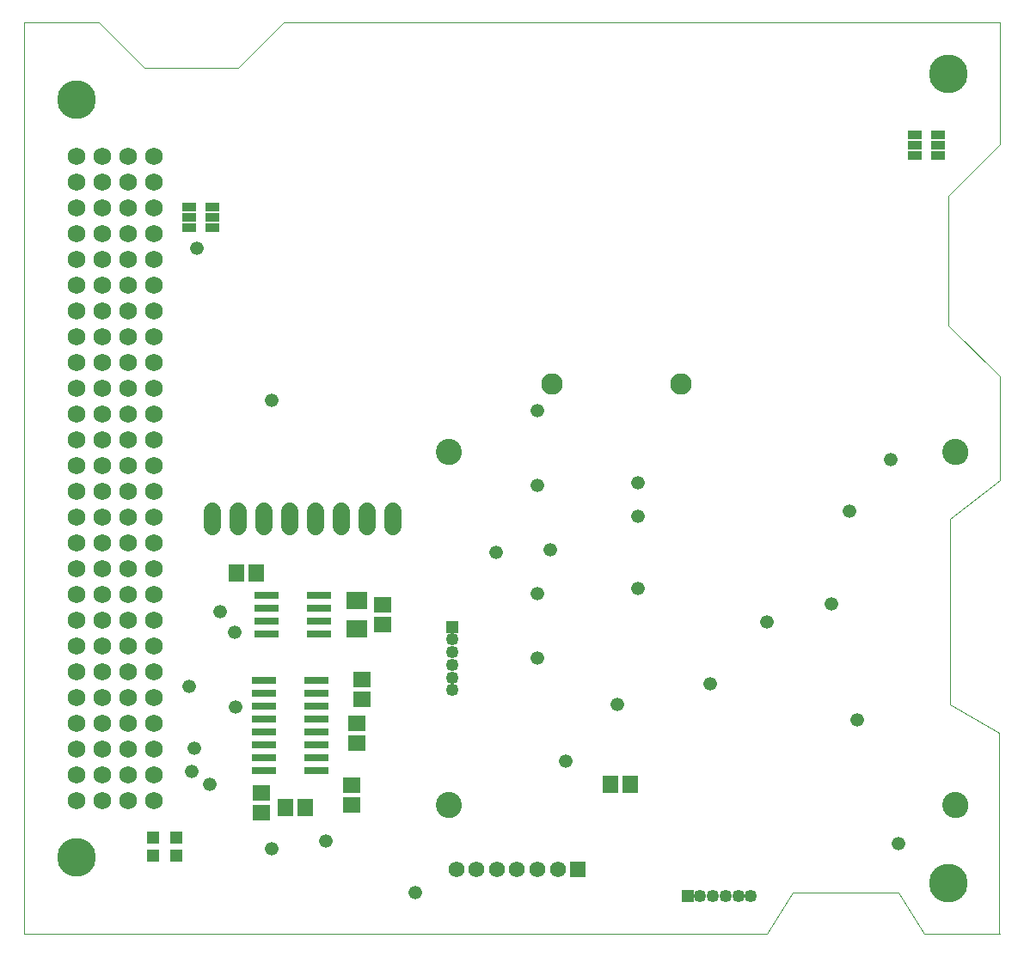
<source format=gts>
G75*
%MOIN*%
%OFA0B0*%
%FSLAX24Y24*%
%IPPOS*%
%LPD*%
%AMOC8*
5,1,8,0,0,1.08239X$1,22.5*
%
%ADD10C,0.0000*%
%ADD11C,0.1010*%
%ADD12R,0.0620X0.0620*%
%ADD13C,0.0620*%
%ADD14C,0.0680*%
%ADD15R,0.0946X0.0316*%
%ADD16R,0.0671X0.0592*%
%ADD17R,0.0592X0.0671*%
%ADD18C,0.0680*%
%ADD19C,0.1497*%
%ADD20R,0.0580X0.0330*%
%ADD21C,0.0828*%
%ADD22R,0.0513X0.0474*%
%ADD23R,0.0789X0.0710*%
%ADD24R,0.0493X0.0493*%
%ADD25C,0.0493*%
%ADD26C,0.0525*%
D10*
X000115Y000135D02*
X028915Y000135D01*
X029918Y001748D01*
X034009Y001748D01*
X035015Y000135D01*
X037915Y000135D01*
X037915Y007935D01*
X036015Y009035D01*
X036015Y016235D01*
X037925Y017755D01*
X037925Y021775D01*
X035935Y023765D01*
X035935Y028785D01*
X037925Y030775D01*
X037925Y035521D01*
X037926Y035521D02*
X010158Y035521D01*
X008391Y033757D01*
X004761Y033757D01*
X002997Y035521D01*
X000115Y035521D01*
X000115Y035521D01*
X000115Y000135D01*
X001416Y003125D02*
X001418Y003178D01*
X001424Y003231D01*
X001434Y003283D01*
X001447Y003334D01*
X001465Y003384D01*
X001486Y003433D01*
X001511Y003480D01*
X001539Y003524D01*
X001571Y003567D01*
X001605Y003607D01*
X001643Y003645D01*
X001683Y003679D01*
X001726Y003711D01*
X001771Y003739D01*
X001817Y003764D01*
X001866Y003785D01*
X001916Y003803D01*
X001967Y003816D01*
X002019Y003826D01*
X002072Y003832D01*
X002125Y003834D01*
X002178Y003832D01*
X002231Y003826D01*
X002283Y003816D01*
X002334Y003803D01*
X002384Y003785D01*
X002433Y003764D01*
X002480Y003739D01*
X002524Y003711D01*
X002567Y003679D01*
X002607Y003645D01*
X002645Y003607D01*
X002679Y003567D01*
X002711Y003524D01*
X002739Y003479D01*
X002764Y003433D01*
X002785Y003384D01*
X002803Y003334D01*
X002816Y003283D01*
X002826Y003231D01*
X002832Y003178D01*
X002834Y003125D01*
X002832Y003072D01*
X002826Y003019D01*
X002816Y002967D01*
X002803Y002916D01*
X002785Y002866D01*
X002764Y002817D01*
X002739Y002770D01*
X002711Y002726D01*
X002679Y002683D01*
X002645Y002643D01*
X002607Y002605D01*
X002567Y002571D01*
X002524Y002539D01*
X002479Y002511D01*
X002433Y002486D01*
X002384Y002465D01*
X002334Y002447D01*
X002283Y002434D01*
X002231Y002424D01*
X002178Y002418D01*
X002125Y002416D01*
X002072Y002418D01*
X002019Y002424D01*
X001967Y002434D01*
X001916Y002447D01*
X001866Y002465D01*
X001817Y002486D01*
X001770Y002511D01*
X001726Y002539D01*
X001683Y002571D01*
X001643Y002605D01*
X001605Y002643D01*
X001571Y002683D01*
X001539Y002726D01*
X001511Y002771D01*
X001486Y002817D01*
X001465Y002866D01*
X001447Y002916D01*
X001434Y002967D01*
X001424Y003019D01*
X001418Y003072D01*
X001416Y003125D01*
X016100Y005135D02*
X016102Y005178D01*
X016108Y005220D01*
X016118Y005262D01*
X016131Y005303D01*
X016149Y005342D01*
X016170Y005380D01*
X016194Y005415D01*
X016221Y005448D01*
X016252Y005479D01*
X016285Y005506D01*
X016320Y005530D01*
X016358Y005551D01*
X016397Y005569D01*
X016438Y005582D01*
X016480Y005592D01*
X016522Y005598D01*
X016565Y005600D01*
X016608Y005598D01*
X016650Y005592D01*
X016692Y005582D01*
X016733Y005569D01*
X016772Y005551D01*
X016810Y005530D01*
X016845Y005506D01*
X016878Y005479D01*
X016909Y005448D01*
X016936Y005415D01*
X016960Y005380D01*
X016981Y005342D01*
X016999Y005303D01*
X017012Y005262D01*
X017022Y005220D01*
X017028Y005178D01*
X017030Y005135D01*
X017028Y005092D01*
X017022Y005050D01*
X017012Y005008D01*
X016999Y004967D01*
X016981Y004928D01*
X016960Y004890D01*
X016936Y004855D01*
X016909Y004822D01*
X016878Y004791D01*
X016845Y004764D01*
X016810Y004740D01*
X016772Y004719D01*
X016733Y004701D01*
X016692Y004688D01*
X016650Y004678D01*
X016608Y004672D01*
X016565Y004670D01*
X016522Y004672D01*
X016480Y004678D01*
X016438Y004688D01*
X016397Y004701D01*
X016358Y004719D01*
X016320Y004740D01*
X016285Y004764D01*
X016252Y004791D01*
X016221Y004822D01*
X016194Y004855D01*
X016170Y004890D01*
X016149Y004928D01*
X016131Y004967D01*
X016118Y005008D01*
X016108Y005050D01*
X016102Y005092D01*
X016100Y005135D01*
X016100Y018835D02*
X016102Y018878D01*
X016108Y018920D01*
X016118Y018962D01*
X016131Y019003D01*
X016149Y019042D01*
X016170Y019080D01*
X016194Y019115D01*
X016221Y019148D01*
X016252Y019179D01*
X016285Y019206D01*
X016320Y019230D01*
X016358Y019251D01*
X016397Y019269D01*
X016438Y019282D01*
X016480Y019292D01*
X016522Y019298D01*
X016565Y019300D01*
X016608Y019298D01*
X016650Y019292D01*
X016692Y019282D01*
X016733Y019269D01*
X016772Y019251D01*
X016810Y019230D01*
X016845Y019206D01*
X016878Y019179D01*
X016909Y019148D01*
X016936Y019115D01*
X016960Y019080D01*
X016981Y019042D01*
X016999Y019003D01*
X017012Y018962D01*
X017022Y018920D01*
X017028Y018878D01*
X017030Y018835D01*
X017028Y018792D01*
X017022Y018750D01*
X017012Y018708D01*
X016999Y018667D01*
X016981Y018628D01*
X016960Y018590D01*
X016936Y018555D01*
X016909Y018522D01*
X016878Y018491D01*
X016845Y018464D01*
X016810Y018440D01*
X016772Y018419D01*
X016733Y018401D01*
X016692Y018388D01*
X016650Y018378D01*
X016608Y018372D01*
X016565Y018370D01*
X016522Y018372D01*
X016480Y018378D01*
X016438Y018388D01*
X016397Y018401D01*
X016358Y018419D01*
X016320Y018440D01*
X016285Y018464D01*
X016252Y018491D01*
X016221Y018522D01*
X016194Y018555D01*
X016170Y018590D01*
X016149Y018628D01*
X016131Y018667D01*
X016118Y018708D01*
X016108Y018750D01*
X016102Y018792D01*
X016100Y018835D01*
X001416Y032525D02*
X001418Y032578D01*
X001424Y032631D01*
X001434Y032683D01*
X001447Y032734D01*
X001465Y032784D01*
X001486Y032833D01*
X001511Y032880D01*
X001539Y032924D01*
X001571Y032967D01*
X001605Y033007D01*
X001643Y033045D01*
X001683Y033079D01*
X001726Y033111D01*
X001771Y033139D01*
X001817Y033164D01*
X001866Y033185D01*
X001916Y033203D01*
X001967Y033216D01*
X002019Y033226D01*
X002072Y033232D01*
X002125Y033234D01*
X002178Y033232D01*
X002231Y033226D01*
X002283Y033216D01*
X002334Y033203D01*
X002384Y033185D01*
X002433Y033164D01*
X002480Y033139D01*
X002524Y033111D01*
X002567Y033079D01*
X002607Y033045D01*
X002645Y033007D01*
X002679Y032967D01*
X002711Y032924D01*
X002739Y032879D01*
X002764Y032833D01*
X002785Y032784D01*
X002803Y032734D01*
X002816Y032683D01*
X002826Y032631D01*
X002832Y032578D01*
X002834Y032525D01*
X002832Y032472D01*
X002826Y032419D01*
X002816Y032367D01*
X002803Y032316D01*
X002785Y032266D01*
X002764Y032217D01*
X002739Y032170D01*
X002711Y032126D01*
X002679Y032083D01*
X002645Y032043D01*
X002607Y032005D01*
X002567Y031971D01*
X002524Y031939D01*
X002479Y031911D01*
X002433Y031886D01*
X002384Y031865D01*
X002334Y031847D01*
X002283Y031834D01*
X002231Y031824D01*
X002178Y031818D01*
X002125Y031816D01*
X002072Y031818D01*
X002019Y031824D01*
X001967Y031834D01*
X001916Y031847D01*
X001866Y031865D01*
X001817Y031886D01*
X001770Y031911D01*
X001726Y031939D01*
X001683Y031971D01*
X001643Y032005D01*
X001605Y032043D01*
X001571Y032083D01*
X001539Y032126D01*
X001511Y032171D01*
X001486Y032217D01*
X001465Y032266D01*
X001447Y032316D01*
X001434Y032367D01*
X001424Y032419D01*
X001418Y032472D01*
X001416Y032525D01*
X035216Y033525D02*
X035218Y033578D01*
X035224Y033631D01*
X035234Y033683D01*
X035247Y033734D01*
X035265Y033784D01*
X035286Y033833D01*
X035311Y033880D01*
X035339Y033924D01*
X035371Y033967D01*
X035405Y034007D01*
X035443Y034045D01*
X035483Y034079D01*
X035526Y034111D01*
X035571Y034139D01*
X035617Y034164D01*
X035666Y034185D01*
X035716Y034203D01*
X035767Y034216D01*
X035819Y034226D01*
X035872Y034232D01*
X035925Y034234D01*
X035978Y034232D01*
X036031Y034226D01*
X036083Y034216D01*
X036134Y034203D01*
X036184Y034185D01*
X036233Y034164D01*
X036280Y034139D01*
X036324Y034111D01*
X036367Y034079D01*
X036407Y034045D01*
X036445Y034007D01*
X036479Y033967D01*
X036511Y033924D01*
X036539Y033879D01*
X036564Y033833D01*
X036585Y033784D01*
X036603Y033734D01*
X036616Y033683D01*
X036626Y033631D01*
X036632Y033578D01*
X036634Y033525D01*
X036632Y033472D01*
X036626Y033419D01*
X036616Y033367D01*
X036603Y033316D01*
X036585Y033266D01*
X036564Y033217D01*
X036539Y033170D01*
X036511Y033126D01*
X036479Y033083D01*
X036445Y033043D01*
X036407Y033005D01*
X036367Y032971D01*
X036324Y032939D01*
X036279Y032911D01*
X036233Y032886D01*
X036184Y032865D01*
X036134Y032847D01*
X036083Y032834D01*
X036031Y032824D01*
X035978Y032818D01*
X035925Y032816D01*
X035872Y032818D01*
X035819Y032824D01*
X035767Y032834D01*
X035716Y032847D01*
X035666Y032865D01*
X035617Y032886D01*
X035570Y032911D01*
X035526Y032939D01*
X035483Y032971D01*
X035443Y033005D01*
X035405Y033043D01*
X035371Y033083D01*
X035339Y033126D01*
X035311Y033171D01*
X035286Y033217D01*
X035265Y033266D01*
X035247Y033316D01*
X035234Y033367D01*
X035224Y033419D01*
X035218Y033472D01*
X035216Y033525D01*
X035750Y018835D02*
X035752Y018878D01*
X035758Y018920D01*
X035768Y018962D01*
X035781Y019003D01*
X035799Y019042D01*
X035820Y019080D01*
X035844Y019115D01*
X035871Y019148D01*
X035902Y019179D01*
X035935Y019206D01*
X035970Y019230D01*
X036008Y019251D01*
X036047Y019269D01*
X036088Y019282D01*
X036130Y019292D01*
X036172Y019298D01*
X036215Y019300D01*
X036258Y019298D01*
X036300Y019292D01*
X036342Y019282D01*
X036383Y019269D01*
X036422Y019251D01*
X036460Y019230D01*
X036495Y019206D01*
X036528Y019179D01*
X036559Y019148D01*
X036586Y019115D01*
X036610Y019080D01*
X036631Y019042D01*
X036649Y019003D01*
X036662Y018962D01*
X036672Y018920D01*
X036678Y018878D01*
X036680Y018835D01*
X036678Y018792D01*
X036672Y018750D01*
X036662Y018708D01*
X036649Y018667D01*
X036631Y018628D01*
X036610Y018590D01*
X036586Y018555D01*
X036559Y018522D01*
X036528Y018491D01*
X036495Y018464D01*
X036460Y018440D01*
X036422Y018419D01*
X036383Y018401D01*
X036342Y018388D01*
X036300Y018378D01*
X036258Y018372D01*
X036215Y018370D01*
X036172Y018372D01*
X036130Y018378D01*
X036088Y018388D01*
X036047Y018401D01*
X036008Y018419D01*
X035970Y018440D01*
X035935Y018464D01*
X035902Y018491D01*
X035871Y018522D01*
X035844Y018555D01*
X035820Y018590D01*
X035799Y018628D01*
X035781Y018667D01*
X035768Y018708D01*
X035758Y018750D01*
X035752Y018792D01*
X035750Y018835D01*
X035750Y005135D02*
X035752Y005178D01*
X035758Y005220D01*
X035768Y005262D01*
X035781Y005303D01*
X035799Y005342D01*
X035820Y005380D01*
X035844Y005415D01*
X035871Y005448D01*
X035902Y005479D01*
X035935Y005506D01*
X035970Y005530D01*
X036008Y005551D01*
X036047Y005569D01*
X036088Y005582D01*
X036130Y005592D01*
X036172Y005598D01*
X036215Y005600D01*
X036258Y005598D01*
X036300Y005592D01*
X036342Y005582D01*
X036383Y005569D01*
X036422Y005551D01*
X036460Y005530D01*
X036495Y005506D01*
X036528Y005479D01*
X036559Y005448D01*
X036586Y005415D01*
X036610Y005380D01*
X036631Y005342D01*
X036649Y005303D01*
X036662Y005262D01*
X036672Y005220D01*
X036678Y005178D01*
X036680Y005135D01*
X036678Y005092D01*
X036672Y005050D01*
X036662Y005008D01*
X036649Y004967D01*
X036631Y004928D01*
X036610Y004890D01*
X036586Y004855D01*
X036559Y004822D01*
X036528Y004791D01*
X036495Y004764D01*
X036460Y004740D01*
X036422Y004719D01*
X036383Y004701D01*
X036342Y004688D01*
X036300Y004678D01*
X036258Y004672D01*
X036215Y004670D01*
X036172Y004672D01*
X036130Y004678D01*
X036088Y004688D01*
X036047Y004701D01*
X036008Y004719D01*
X035970Y004740D01*
X035935Y004764D01*
X035902Y004791D01*
X035871Y004822D01*
X035844Y004855D01*
X035820Y004890D01*
X035799Y004928D01*
X035781Y004967D01*
X035768Y005008D01*
X035758Y005050D01*
X035752Y005092D01*
X035750Y005135D01*
X035216Y002125D02*
X035218Y002178D01*
X035224Y002231D01*
X035234Y002283D01*
X035247Y002334D01*
X035265Y002384D01*
X035286Y002433D01*
X035311Y002480D01*
X035339Y002524D01*
X035371Y002567D01*
X035405Y002607D01*
X035443Y002645D01*
X035483Y002679D01*
X035526Y002711D01*
X035571Y002739D01*
X035617Y002764D01*
X035666Y002785D01*
X035716Y002803D01*
X035767Y002816D01*
X035819Y002826D01*
X035872Y002832D01*
X035925Y002834D01*
X035978Y002832D01*
X036031Y002826D01*
X036083Y002816D01*
X036134Y002803D01*
X036184Y002785D01*
X036233Y002764D01*
X036280Y002739D01*
X036324Y002711D01*
X036367Y002679D01*
X036407Y002645D01*
X036445Y002607D01*
X036479Y002567D01*
X036511Y002524D01*
X036539Y002479D01*
X036564Y002433D01*
X036585Y002384D01*
X036603Y002334D01*
X036616Y002283D01*
X036626Y002231D01*
X036632Y002178D01*
X036634Y002125D01*
X036632Y002072D01*
X036626Y002019D01*
X036616Y001967D01*
X036603Y001916D01*
X036585Y001866D01*
X036564Y001817D01*
X036539Y001770D01*
X036511Y001726D01*
X036479Y001683D01*
X036445Y001643D01*
X036407Y001605D01*
X036367Y001571D01*
X036324Y001539D01*
X036279Y001511D01*
X036233Y001486D01*
X036184Y001465D01*
X036134Y001447D01*
X036083Y001434D01*
X036031Y001424D01*
X035978Y001418D01*
X035925Y001416D01*
X035872Y001418D01*
X035819Y001424D01*
X035767Y001434D01*
X035716Y001447D01*
X035666Y001465D01*
X035617Y001486D01*
X035570Y001511D01*
X035526Y001539D01*
X035483Y001571D01*
X035443Y001605D01*
X035405Y001643D01*
X035371Y001683D01*
X035339Y001726D01*
X035311Y001771D01*
X035286Y001817D01*
X035265Y001866D01*
X035247Y001916D01*
X035234Y001967D01*
X035224Y002019D01*
X035218Y002072D01*
X035216Y002125D01*
X037915Y000135D02*
X037925Y000135D01*
D11*
X036215Y005135D03*
X036215Y018835D03*
X016565Y018835D03*
X016565Y005135D03*
D12*
X021577Y002635D03*
D13*
X020790Y002635D03*
X020002Y002635D03*
X019215Y002635D03*
X018428Y002635D03*
X017640Y002635D03*
X016853Y002635D03*
D14*
X014415Y015935D02*
X014415Y016535D01*
X013415Y016535D02*
X013415Y015935D01*
X012415Y015935D02*
X012415Y016535D01*
X011415Y016535D02*
X011415Y015935D01*
X010415Y015935D02*
X010415Y016535D01*
X009415Y016535D02*
X009415Y015935D01*
X008415Y015935D02*
X008415Y016535D01*
X007415Y016535D02*
X007415Y015935D01*
D15*
X009491Y013285D03*
X009491Y012785D03*
X009491Y012285D03*
X009491Y011785D03*
X009391Y009985D03*
X009391Y009485D03*
X009391Y008985D03*
X009391Y008485D03*
X009391Y007985D03*
X009391Y007485D03*
X009391Y006985D03*
X009391Y006485D03*
X011439Y006485D03*
X011439Y006985D03*
X011439Y007485D03*
X011439Y007985D03*
X011439Y008485D03*
X011439Y008985D03*
X011439Y009485D03*
X011439Y009985D03*
X011539Y011785D03*
X011539Y012285D03*
X011539Y012785D03*
X011539Y013285D03*
D16*
X014015Y012909D03*
X014015Y012161D03*
X013215Y010009D03*
X013215Y009261D03*
X013015Y008309D03*
X013015Y007561D03*
X012815Y005909D03*
X012815Y005161D03*
X009315Y004861D03*
X009315Y005609D03*
D17*
X010241Y005035D03*
X010989Y005035D03*
X009089Y014135D03*
X008341Y014135D03*
X022841Y005935D03*
X023589Y005935D03*
D18*
X005125Y006325D03*
X005125Y005325D03*
X004125Y005325D03*
X003125Y005325D03*
X003125Y006325D03*
X004125Y006325D03*
X004125Y007325D03*
X003125Y007325D03*
X003125Y008325D03*
X003125Y009325D03*
X004125Y009325D03*
X004125Y008325D03*
X005125Y008325D03*
X005125Y009325D03*
X005125Y010325D03*
X005125Y011325D03*
X005125Y012325D03*
X005125Y013325D03*
X005125Y014325D03*
X005125Y015325D03*
X005125Y016325D03*
X005125Y017325D03*
X005125Y018325D03*
X005125Y019325D03*
X005125Y020325D03*
X005125Y021325D03*
X005125Y022325D03*
X005125Y023325D03*
X005125Y024325D03*
X005125Y025325D03*
X005125Y026325D03*
X005125Y027325D03*
X005125Y028325D03*
X005125Y029325D03*
X005125Y030325D03*
X004125Y030325D03*
X003125Y030325D03*
X003125Y029325D03*
X004125Y029325D03*
X004125Y028325D03*
X003125Y028325D03*
X003125Y027325D03*
X003125Y026325D03*
X004125Y026325D03*
X004125Y027325D03*
X004125Y025325D03*
X003125Y025325D03*
X003125Y024325D03*
X004125Y024325D03*
X004125Y023325D03*
X003125Y023325D03*
X003125Y022325D03*
X003125Y021325D03*
X004125Y021325D03*
X004125Y022325D03*
X004125Y020325D03*
X003125Y020325D03*
X003125Y019325D03*
X004125Y019325D03*
X004125Y018325D03*
X004125Y017325D03*
X003125Y017325D03*
X003125Y018325D03*
X002125Y018325D03*
X002125Y017325D03*
X002125Y016325D03*
X002125Y015325D03*
X002125Y014325D03*
X002125Y013325D03*
X002125Y012325D03*
X002125Y011325D03*
X002125Y010325D03*
X002125Y009325D03*
X002125Y008325D03*
X002125Y007325D03*
X002125Y006325D03*
X002125Y005325D03*
X005125Y007325D03*
X004125Y010325D03*
X003125Y010325D03*
X003125Y011325D03*
X004125Y011325D03*
X004125Y012325D03*
X004125Y013325D03*
X003125Y013325D03*
X003125Y012325D03*
X003125Y014325D03*
X004125Y014325D03*
X004125Y015325D03*
X003125Y015325D03*
X003125Y016325D03*
X004125Y016325D03*
X002125Y019325D03*
X002125Y020325D03*
X002125Y021325D03*
X002125Y022325D03*
X002125Y023325D03*
X002125Y024325D03*
X002125Y025325D03*
X002125Y026325D03*
X002125Y027325D03*
X002125Y028325D03*
X002125Y029325D03*
X002125Y030325D03*
D19*
X002125Y032525D03*
X002125Y003125D03*
X035925Y002125D03*
X035925Y033525D03*
D20*
X035551Y031159D03*
X035551Y030759D03*
X035551Y030359D03*
X034651Y030359D03*
X034651Y030759D03*
X034651Y031159D03*
X007402Y028344D03*
X007402Y027944D03*
X007402Y027544D03*
X006502Y027544D03*
X006502Y027944D03*
X006502Y028344D03*
D21*
X020565Y021485D03*
X025565Y021485D03*
D22*
X006015Y003870D03*
X006015Y003200D03*
X005115Y003200D03*
X005115Y003870D03*
D23*
X013015Y011984D03*
X013015Y013086D03*
D24*
X016715Y012065D03*
X025825Y001604D03*
D25*
X026317Y001604D03*
X026809Y001604D03*
X027302Y001604D03*
X027794Y001604D03*
X028286Y001604D03*
X016715Y009605D03*
X016715Y010097D03*
X016715Y010589D03*
X016715Y011081D03*
X016715Y011573D03*
D26*
X020015Y010835D03*
X020015Y013335D03*
X020515Y015035D03*
X018415Y014935D03*
X020015Y017535D03*
X020015Y020435D03*
X023915Y017635D03*
X023915Y016335D03*
X023915Y013535D03*
X026715Y009835D03*
X028915Y012235D03*
X031415Y012935D03*
X032115Y016535D03*
X033715Y018535D03*
X023115Y009035D03*
X021115Y006835D03*
X015280Y001750D03*
X011815Y003735D03*
X009715Y003435D03*
X007315Y005935D03*
X006615Y006435D03*
X006715Y007335D03*
X008315Y008935D03*
X006515Y009735D03*
X008265Y011835D03*
X007715Y012635D03*
X009715Y020835D03*
X006815Y026735D03*
X032415Y008435D03*
X034015Y003635D03*
M02*

</source>
